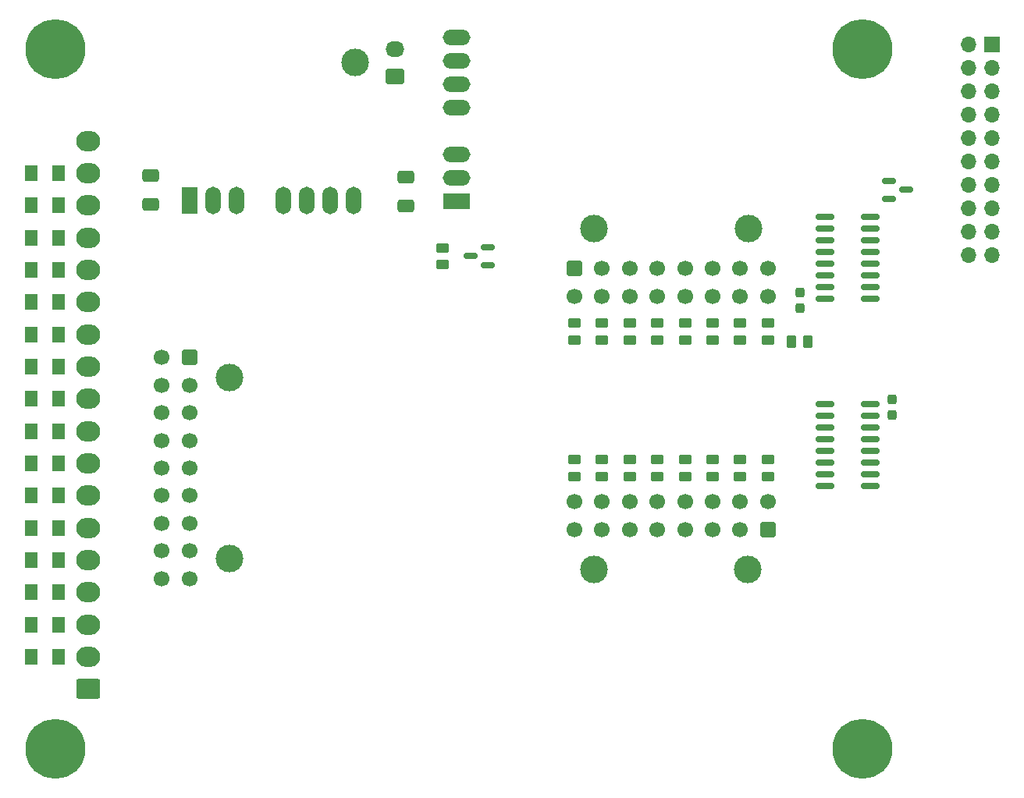
<source format=gbr>
%TF.GenerationSoftware,KiCad,Pcbnew,8.0.9-8.0.9-0~ubuntu24.04.1*%
%TF.CreationDate,2025-03-05T09:33:49+00:00*%
%TF.ProjectId,BMS-Mux-PCB,424d532d-4d75-4782-9d50-43422e6b6963,rev?*%
%TF.SameCoordinates,Original*%
%TF.FileFunction,Soldermask,Top*%
%TF.FilePolarity,Negative*%
%FSLAX46Y46*%
G04 Gerber Fmt 4.6, Leading zero omitted, Abs format (unit mm)*
G04 Created by KiCad (PCBNEW 8.0.9-8.0.9-0~ubuntu24.04.1) date 2025-03-05 09:33:49*
%MOMM*%
%LPD*%
G01*
G04 APERTURE LIST*
G04 Aperture macros list*
%AMRoundRect*
0 Rectangle with rounded corners*
0 $1 Rounding radius*
0 $2 $3 $4 $5 $6 $7 $8 $9 X,Y pos of 4 corners*
0 Add a 4 corners polygon primitive as box body*
4,1,4,$2,$3,$4,$5,$6,$7,$8,$9,$2,$3,0*
0 Add four circle primitives for the rounded corners*
1,1,$1+$1,$2,$3*
1,1,$1+$1,$4,$5*
1,1,$1+$1,$6,$7*
1,1,$1+$1,$8,$9*
0 Add four rect primitives between the rounded corners*
20,1,$1+$1,$2,$3,$4,$5,0*
20,1,$1+$1,$4,$5,$6,$7,0*
20,1,$1+$1,$6,$7,$8,$9,0*
20,1,$1+$1,$8,$9,$2,$3,0*%
G04 Aperture macros list end*
%ADD10RoundRect,0.250000X0.450000X-0.262500X0.450000X0.262500X-0.450000X0.262500X-0.450000X-0.262500X0*%
%ADD11RoundRect,0.250000X-0.650000X0.412500X-0.650000X-0.412500X0.650000X-0.412500X0.650000X0.412500X0*%
%ADD12RoundRect,0.250001X0.462499X0.624999X-0.462499X0.624999X-0.462499X-0.624999X0.462499X-0.624999X0*%
%ADD13C,6.500000*%
%ADD14RoundRect,0.250000X0.262500X0.450000X-0.262500X0.450000X-0.262500X-0.450000X0.262500X-0.450000X0*%
%ADD15C,3.000000*%
%ADD16RoundRect,0.283334X0.726666X-0.566666X0.726666X0.566666X-0.726666X0.566666X-0.726666X-0.566666X0*%
%ADD17O,2.020000X1.700000*%
%ADD18RoundRect,0.250000X-0.450000X0.262500X-0.450000X-0.262500X0.450000X-0.262500X0.450000X0.262500X0*%
%ADD19R,1.700000X3.000000*%
%ADD20O,1.700000X3.000000*%
%ADD21RoundRect,0.150000X0.587500X0.150000X-0.587500X0.150000X-0.587500X-0.150000X0.587500X-0.150000X0*%
%ADD22RoundRect,0.283334X0.566666X0.566666X-0.566666X0.566666X-0.566666X-0.566666X0.566666X-0.566666X0*%
%ADD23C,1.700000*%
%ADD24RoundRect,0.150000X-0.587500X-0.150000X0.587500X-0.150000X0.587500X0.150000X-0.587500X0.150000X0*%
%ADD25R,3.000000X1.700000*%
%ADD26O,3.000000X1.700000*%
%ADD27RoundRect,0.275000X1.025000X-0.825000X1.025000X0.825000X-1.025000X0.825000X-1.025000X-0.825000X0*%
%ADD28O,2.600000X2.200000*%
%ADD29RoundRect,0.283334X-0.566666X-0.566666X0.566666X-0.566666X0.566666X0.566666X-0.566666X0.566666X0*%
%ADD30RoundRect,0.150000X-0.825000X-0.150000X0.825000X-0.150000X0.825000X0.150000X-0.825000X0.150000X0*%
%ADD31RoundRect,0.237500X-0.237500X0.300000X-0.237500X-0.300000X0.237500X-0.300000X0.237500X0.300000X0*%
%ADD32RoundRect,0.283334X-0.566666X0.566666X-0.566666X-0.566666X0.566666X-0.566666X0.566666X0.566666X0*%
%ADD33RoundRect,0.150000X0.825000X0.150000X-0.825000X0.150000X-0.825000X-0.150000X0.825000X-0.150000X0*%
%ADD34RoundRect,0.237500X0.237500X-0.300000X0.237500X0.300000X-0.237500X0.300000X-0.237500X-0.300000X0*%
%ADD35R,1.700000X1.700000*%
%ADD36O,1.700000X1.700000*%
G04 APERTURE END LIST*
D10*
%TO.C,R11*%
X132750000Y-101912500D03*
X132750000Y-100087500D03*
%TD*%
D11*
%TO.C,C4*%
X108500000Y-69437500D03*
X108500000Y-72562500D03*
%TD*%
D12*
%TO.C,F16*%
X70787500Y-69000000D03*
X67812500Y-69000000D03*
%TD*%
%TO.C,F12*%
X70800000Y-83000000D03*
X67825000Y-83000000D03*
%TD*%
%TO.C,F2*%
X70787500Y-118000000D03*
X67812500Y-118000000D03*
%TD*%
D13*
%TO.C,H4*%
X70500000Y-131500000D03*
%TD*%
D12*
%TO.C,F3*%
X70800000Y-114500000D03*
X67825000Y-114500000D03*
%TD*%
D13*
%TO.C,H1*%
X158000000Y-55500000D03*
%TD*%
D14*
%TO.C,R17*%
X152112500Y-87300000D03*
X150287500Y-87300000D03*
%TD*%
D15*
%TO.C,J5*%
X103000000Y-57000000D03*
D16*
X107320000Y-58500000D03*
D17*
X107320000Y-55500000D03*
%TD*%
D18*
%TO.C,R6*%
X132750000Y-85250000D03*
X132750000Y-87075000D03*
%TD*%
D10*
%TO.C,R13*%
X138750000Y-101912500D03*
X138750000Y-100087500D03*
%TD*%
D12*
%TO.C,F4*%
X70800000Y-111000000D03*
X67825000Y-111000000D03*
%TD*%
D19*
%TO.C,U4*%
X85000000Y-72000000D03*
D20*
X87540000Y-72000000D03*
X90080000Y-72000000D03*
X95160000Y-72000000D03*
X97700000Y-72000000D03*
X100240000Y-72000000D03*
X102780000Y-72000000D03*
%TD*%
D12*
%TO.C,F11*%
X70800000Y-86500000D03*
X67825000Y-86500000D03*
%TD*%
%TO.C,F15*%
X70800000Y-72500000D03*
X67825000Y-72500000D03*
%TD*%
%TO.C,F14*%
X70787500Y-76000000D03*
X67812500Y-76000000D03*
%TD*%
D21*
%TO.C,Q2*%
X117375000Y-78950000D03*
X117375000Y-77050000D03*
X115500000Y-78000000D03*
%TD*%
D12*
%TO.C,F9*%
X70800000Y-93500000D03*
X67825000Y-93500000D03*
%TD*%
D18*
%TO.C,R8*%
X126750000Y-85250000D03*
X126750000Y-87075000D03*
%TD*%
%TO.C,R1*%
X147750000Y-85250000D03*
X147750000Y-87075000D03*
%TD*%
D15*
%TO.C,J2*%
X145590000Y-111985000D03*
X128890000Y-111985000D03*
D22*
X147750000Y-107665000D03*
D23*
X144750000Y-107665000D03*
X141750000Y-107665000D03*
X138750000Y-107665000D03*
X135750000Y-107665000D03*
X132750000Y-107665000D03*
X129750000Y-107665000D03*
X126750000Y-107665000D03*
X147750000Y-104665000D03*
X144750000Y-104665000D03*
X141750000Y-104665000D03*
X138750000Y-104665000D03*
X135750000Y-104665000D03*
X132750000Y-104665000D03*
X129750000Y-104665000D03*
X126750000Y-104665000D03*
%TD*%
D24*
%TO.C,Q1*%
X160862500Y-69850000D03*
X160862500Y-71750000D03*
X162737500Y-70800000D03*
%TD*%
D10*
%TO.C,R18*%
X112500000Y-78912500D03*
X112500000Y-77087500D03*
%TD*%
D25*
%TO.C,U3*%
X114000000Y-72080000D03*
D26*
X114000000Y-69540000D03*
X114000000Y-67000000D03*
X114000000Y-61920000D03*
X114000000Y-59380000D03*
X114000000Y-56840000D03*
X114000000Y-54300000D03*
%TD*%
D11*
%TO.C,C3*%
X80800000Y-69237500D03*
X80800000Y-72362500D03*
%TD*%
D27*
%TO.C,J4*%
X74000000Y-125000000D03*
D28*
X74000000Y-121500000D03*
X74000000Y-118000000D03*
X74000000Y-114500000D03*
X74000000Y-111000000D03*
X74000000Y-107500000D03*
X74000000Y-104000000D03*
X74000000Y-100500000D03*
X74000000Y-97000000D03*
X74000000Y-93500000D03*
X74000000Y-90000000D03*
X74000000Y-86500000D03*
X74000000Y-83000000D03*
X74000000Y-79500000D03*
X74000000Y-76000000D03*
X74000000Y-72500000D03*
X74000000Y-69000000D03*
X74000000Y-65500000D03*
%TD*%
D18*
%TO.C,R7*%
X129750000Y-85250000D03*
X129750000Y-87075000D03*
%TD*%
D15*
%TO.C,J1*%
X128910000Y-75015000D03*
X145610000Y-75015000D03*
D29*
X126750000Y-79335000D03*
D23*
X129750000Y-79335000D03*
X132750000Y-79335000D03*
X135750000Y-79335000D03*
X138750000Y-79335000D03*
X141750000Y-79335000D03*
X144750000Y-79335000D03*
X147750000Y-79335000D03*
X126750000Y-82335000D03*
X129750000Y-82335000D03*
X132750000Y-82335000D03*
X135750000Y-82335000D03*
X138750000Y-82335000D03*
X141750000Y-82335000D03*
X144750000Y-82335000D03*
X147750000Y-82335000D03*
%TD*%
D30*
%TO.C,U2*%
X153925000Y-94055000D03*
X153925000Y-95325000D03*
X153925000Y-96595000D03*
X153925000Y-97865000D03*
X153925000Y-99135000D03*
X153925000Y-100405000D03*
X153925000Y-101675000D03*
X153925000Y-102945000D03*
X158875000Y-102945000D03*
X158875000Y-101675000D03*
X158875000Y-100405000D03*
X158875000Y-99135000D03*
X158875000Y-97865000D03*
X158875000Y-96595000D03*
X158875000Y-95325000D03*
X158875000Y-94055000D03*
%TD*%
D10*
%TO.C,R9*%
X126750000Y-101912500D03*
X126750000Y-100087500D03*
%TD*%
D18*
%TO.C,R2*%
X144750000Y-85250000D03*
X144750000Y-87075000D03*
%TD*%
D31*
%TO.C,C1*%
X161200000Y-93537500D03*
X161200000Y-95262500D03*
%TD*%
D10*
%TO.C,R15*%
X144750000Y-101912500D03*
X144750000Y-100087500D03*
%TD*%
D12*
%TO.C,F13*%
X70800000Y-79500000D03*
X67825000Y-79500000D03*
%TD*%
D13*
%TO.C,H3*%
X158000000Y-131500000D03*
%TD*%
D10*
%TO.C,R16*%
X147750000Y-101912500D03*
X147750000Y-100087500D03*
%TD*%
D15*
%TO.C,J3*%
X89320000Y-91160000D03*
X89320000Y-110860000D03*
D32*
X85000000Y-89000000D03*
D23*
X85000000Y-92000000D03*
X85000000Y-95000000D03*
X85000000Y-98000000D03*
X85000000Y-101000000D03*
X85000000Y-104000000D03*
X85000000Y-107000000D03*
X85000000Y-110000000D03*
X85000000Y-113000000D03*
X82000000Y-89000000D03*
X82000000Y-92000000D03*
X82000000Y-95000000D03*
X82000000Y-98000000D03*
X82000000Y-101000000D03*
X82000000Y-104000000D03*
X82000000Y-107000000D03*
X82000000Y-110000000D03*
X82000000Y-113000000D03*
%TD*%
D10*
%TO.C,R14*%
X141750000Y-101912500D03*
X141750000Y-100087500D03*
%TD*%
D18*
%TO.C,R3*%
X141750000Y-85250000D03*
X141750000Y-87075000D03*
%TD*%
D12*
%TO.C,F8*%
X70800000Y-97000000D03*
X67825000Y-97000000D03*
%TD*%
D33*
%TO.C,U1*%
X158875000Y-82645000D03*
X158875000Y-81375000D03*
X158875000Y-80105000D03*
X158875000Y-78835000D03*
X158875000Y-77565000D03*
X158875000Y-76295000D03*
X158875000Y-75025000D03*
X158875000Y-73755000D03*
X153925000Y-73755000D03*
X153925000Y-75025000D03*
X153925000Y-76295000D03*
X153925000Y-77565000D03*
X153925000Y-78835000D03*
X153925000Y-80105000D03*
X153925000Y-81375000D03*
X153925000Y-82645000D03*
%TD*%
D10*
%TO.C,R10*%
X129750000Y-101912500D03*
X129750000Y-100087500D03*
%TD*%
D18*
%TO.C,R4*%
X138750000Y-85250000D03*
X138750000Y-87075000D03*
%TD*%
D10*
%TO.C,R12*%
X135750000Y-101912500D03*
X135750000Y-100087500D03*
%TD*%
D12*
%TO.C,F1*%
X70787500Y-121500000D03*
X67812500Y-121500000D03*
%TD*%
D34*
%TO.C,C2*%
X151200000Y-83662500D03*
X151200000Y-81937500D03*
%TD*%
D13*
%TO.C,H2*%
X70500000Y-55500000D03*
%TD*%
D12*
%TO.C,F7*%
X70800000Y-100500000D03*
X67825000Y-100500000D03*
%TD*%
%TO.C,F10*%
X70800000Y-90000000D03*
X67825000Y-90000000D03*
%TD*%
%TO.C,F5*%
X70787500Y-107500000D03*
X67812500Y-107500000D03*
%TD*%
D18*
%TO.C,R5*%
X135750000Y-85250000D03*
X135750000Y-87075000D03*
%TD*%
D12*
%TO.C,F6*%
X70800000Y-104000000D03*
X67825000Y-104000000D03*
%TD*%
D35*
%TO.C,J6*%
X172040000Y-55000000D03*
D36*
X169500000Y-55000000D03*
X172040000Y-57540000D03*
X169500000Y-57540000D03*
X172040000Y-60080000D03*
X169500000Y-60080000D03*
X172040000Y-62620000D03*
X169500000Y-62620000D03*
X172040000Y-65160000D03*
X169500000Y-65160000D03*
X172040000Y-67700000D03*
X169500000Y-67700000D03*
X172040000Y-70240000D03*
X169500000Y-70240000D03*
X172040000Y-72780000D03*
X169500000Y-72780000D03*
X172040000Y-75320000D03*
X169500000Y-75320000D03*
X172040000Y-77860000D03*
X169500000Y-77860000D03*
%TD*%
M02*

</source>
